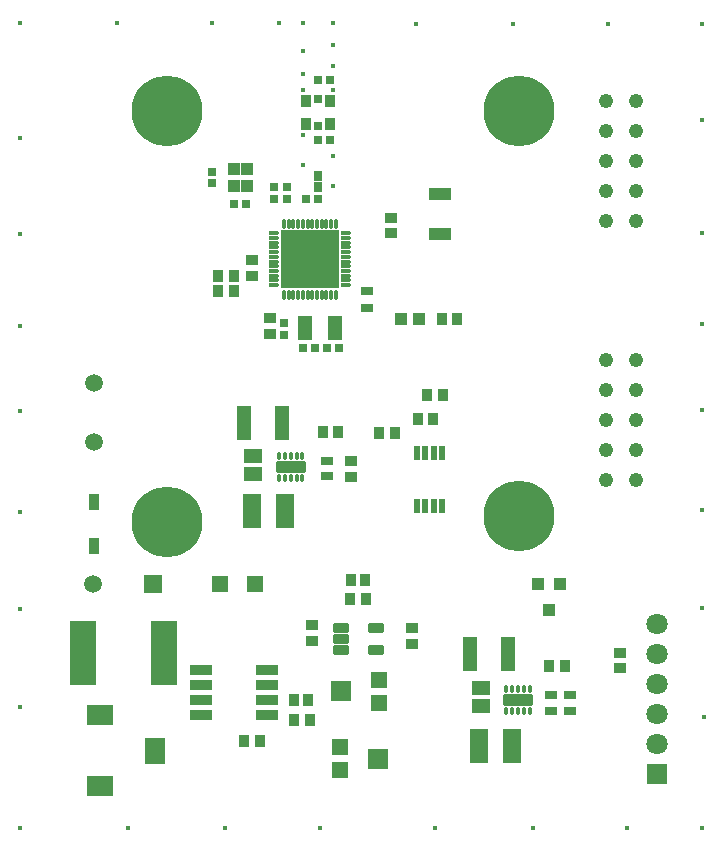
<source format=gts>
G04*
G04 #@! TF.GenerationSoftware,Altium Limited,Altium Designer,19.1.8 (144)*
G04*
G04 Layer_Color=8388736*
%FSLAX25Y25*%
%MOIN*%
G70*
G01*
G75*
G04:AMPARAMS|DCode=19|XSize=13.84mil|YSize=23.68mil|CornerRadius=3.97mil|HoleSize=0mil|Usage=FLASHONLY|Rotation=180.000|XOffset=0mil|YOffset=0mil|HoleType=Round|Shape=RoundedRectangle|*
%AMROUNDEDRECTD19*
21,1,0.01384,0.01575,0,0,180.0*
21,1,0.00591,0.02368,0,0,180.0*
1,1,0.00794,-0.00295,0.00787*
1,1,0.00794,0.00295,0.00787*
1,1,0.00794,0.00295,-0.00787*
1,1,0.00794,-0.00295,-0.00787*
%
%ADD19ROUNDEDRECTD19*%
G04:AMPARAMS|DCode=20|XSize=37.07mil|YSize=98.49mil|CornerRadius=3.98mil|HoleSize=0mil|Usage=FLASHONLY|Rotation=90.000|XOffset=0mil|YOffset=0mil|HoleType=Round|Shape=RoundedRectangle|*
%AMROUNDEDRECTD20*
21,1,0.03707,0.09052,0,0,90.0*
21,1,0.02910,0.09849,0,0,90.0*
1,1,0.00797,0.04526,0.01455*
1,1,0.00797,0.04526,-0.01455*
1,1,0.00797,-0.04526,-0.01455*
1,1,0.00797,-0.04526,0.01455*
%
%ADD20ROUNDEDRECTD20*%
%ADD21O,0.01587X0.03359*%
%ADD22O,0.03359X0.01587*%
%ADD23R,0.19304X0.19304*%
%ADD24R,0.03753X0.03950*%
%ADD25R,0.02769X0.03084*%
%ADD26R,0.02769X0.03359*%
%ADD27R,0.03162X0.02769*%
G04:AMPARAMS|DCode=28|XSize=41.07mil|YSize=102.49mil|CornerRadius=5.98mil|HoleSize=0mil|Usage=FLASHONLY|Rotation=90.000|XOffset=0mil|YOffset=0mil|HoleType=Round|Shape=RoundedRectangle|*
%AMROUNDEDRECTD28*
21,1,0.04107,0.09052,0,0,90.0*
21,1,0.02910,0.10249,0,0,90.0*
1,1,0.01197,0.04526,0.01455*
1,1,0.01197,0.04526,-0.01455*
1,1,0.01197,-0.04526,-0.01455*
1,1,0.01197,-0.04526,0.01455*
%
%ADD28ROUNDEDRECTD28*%
%ADD29R,0.04147X0.03753*%
%ADD30R,0.03556X0.04147*%
%ADD31R,0.03950X0.03162*%
%ADD32R,0.03556X0.04343*%
%ADD33R,0.04343X0.03556*%
%ADD34R,0.02769X0.03162*%
%ADD35R,0.03753X0.03950*%
%ADD36R,0.03950X0.03753*%
%ADD37R,0.07493X0.03950*%
%ADD38R,0.02368X0.04928*%
%ADD39R,0.03753X0.04147*%
%ADD40R,0.03950X0.04343*%
%ADD41R,0.03950X0.03950*%
%ADD42R,0.04147X0.02572*%
%ADD43R,0.03871X0.04265*%
%ADD44R,0.04737X0.07887*%
%ADD45R,0.06115X0.04934*%
%ADD46R,0.04540X0.11430*%
%ADD47R,0.06312X0.11430*%
%ADD48R,0.03556X0.05524*%
%ADD49R,0.08674X0.21666*%
G04:AMPARAMS|DCode=50|XSize=33.59mil|YSize=55.24mil|CornerRadius=5.92mil|HoleSize=0mil|Usage=FLASHONLY|Rotation=90.000|XOffset=0mil|YOffset=0mil|HoleType=Round|Shape=RoundedRectangle|*
%AMROUNDEDRECTD50*
21,1,0.03359,0.04341,0,0,90.0*
21,1,0.02175,0.05524,0,0,90.0*
1,1,0.01184,0.02170,0.01088*
1,1,0.01184,0.02170,-0.01088*
1,1,0.01184,-0.02170,-0.01088*
1,1,0.01184,-0.02170,0.01088*
%
%ADD50ROUNDEDRECTD50*%
%ADD51R,0.05524X0.05524*%
%ADD52R,0.06706X0.07099*%
%ADD53R,0.05721X0.05603*%
%ADD54R,0.07690X0.03359*%
%ADD55C,0.04816*%
%ADD56C,0.23622*%
%ADD57C,0.23622*%
%ADD58R,0.06706X0.09068*%
%ADD59R,0.09068X0.06706*%
%ADD60C,0.07099*%
%ADD61R,0.07099X0.07099*%
%ADD62C,0.05918*%
%ADD63R,0.05918X0.05918*%
%ADD64C,0.01700*%
D19*
X90363Y121060D02*
D03*
X92331D02*
D03*
X94300D02*
D03*
X96268D02*
D03*
X98237D02*
D03*
Y128540D02*
D03*
X96268D02*
D03*
X94300D02*
D03*
X92331D02*
D03*
X90363D02*
D03*
X166063Y50980D02*
D03*
X168032D02*
D03*
X170000D02*
D03*
X171968D02*
D03*
X173937D02*
D03*
Y43500D02*
D03*
X171968D02*
D03*
X170000D02*
D03*
X168032D02*
D03*
X166063D02*
D03*
D20*
X94300Y124800D02*
D03*
D21*
X92053Y182239D02*
D03*
X93627D02*
D03*
X95202D02*
D03*
X96777D02*
D03*
X98352D02*
D03*
X99927D02*
D03*
X101501D02*
D03*
X103076D02*
D03*
X104651D02*
D03*
X106226D02*
D03*
X107800D02*
D03*
X109375D02*
D03*
Y206058D02*
D03*
X107800D02*
D03*
X106226D02*
D03*
X104651D02*
D03*
X103076D02*
D03*
X101501D02*
D03*
X99927D02*
D03*
X98352D02*
D03*
X96777D02*
D03*
X95202D02*
D03*
X93627D02*
D03*
X92053D02*
D03*
D22*
X112623Y185487D02*
D03*
Y187062D02*
D03*
Y188637D02*
D03*
Y190212D02*
D03*
Y191787D02*
D03*
Y193361D02*
D03*
Y194936D02*
D03*
Y196511D02*
D03*
Y198086D02*
D03*
Y199661D02*
D03*
Y201235D02*
D03*
Y202810D02*
D03*
X88805D02*
D03*
Y201235D02*
D03*
Y199661D02*
D03*
Y198086D02*
D03*
Y196511D02*
D03*
Y194936D02*
D03*
Y193361D02*
D03*
Y191787D02*
D03*
Y190212D02*
D03*
Y188637D02*
D03*
Y187062D02*
D03*
Y185487D02*
D03*
D23*
X100713Y194149D02*
D03*
D24*
X99465Y246802D02*
D03*
X107535D02*
D03*
X99465Y239321D02*
D03*
X107535D02*
D03*
D25*
X103500Y247628D02*
D03*
Y238494D02*
D03*
D26*
X103535Y218270D02*
D03*
Y222010D02*
D03*
D27*
X106417Y164500D02*
D03*
X110354D02*
D03*
X102354D02*
D03*
X98417D02*
D03*
X99528Y214124D02*
D03*
X103465D02*
D03*
X107468Y233800D02*
D03*
X103532D02*
D03*
X79408Y212500D02*
D03*
X75471D02*
D03*
X103545Y253796D02*
D03*
X107482D02*
D03*
D28*
X170000Y47240D02*
D03*
D29*
X204000Y58039D02*
D03*
Y62961D02*
D03*
X127600Y202741D02*
D03*
Y207859D02*
D03*
D30*
X119161Y87200D02*
D03*
X114239D02*
D03*
X95239Y47200D02*
D03*
X100161D02*
D03*
X144754Y174269D02*
D03*
X149676D02*
D03*
D31*
X181000Y43685D02*
D03*
Y48803D02*
D03*
X187500Y43685D02*
D03*
Y48803D02*
D03*
X106300Y126859D02*
D03*
Y121741D02*
D03*
D32*
X129103Y136300D02*
D03*
X123591D02*
D03*
D33*
X114300Y121544D02*
D03*
Y127056D02*
D03*
D34*
X68200Y223369D02*
D03*
Y219431D02*
D03*
X92100Y172900D02*
D03*
Y168963D02*
D03*
X88900Y214131D02*
D03*
Y218069D02*
D03*
X93235Y214135D02*
D03*
Y218072D02*
D03*
D35*
X75300Y188600D02*
D03*
X69985D02*
D03*
Y183400D02*
D03*
X75300D02*
D03*
X119457Y80900D02*
D03*
X114143D02*
D03*
X100600Y40600D02*
D03*
X95285D02*
D03*
X78742Y33400D02*
D03*
X84057D02*
D03*
D36*
X87400Y169285D02*
D03*
Y174600D02*
D03*
X81300Y188643D02*
D03*
Y193957D02*
D03*
X101500Y72158D02*
D03*
Y66843D02*
D03*
X134800Y65943D02*
D03*
Y71258D02*
D03*
D37*
X144000Y215993D02*
D03*
Y202607D02*
D03*
D38*
X144814Y129706D02*
D03*
X141959D02*
D03*
X139105D02*
D03*
X136251D02*
D03*
X144814Y111989D02*
D03*
X141959D02*
D03*
X139105D02*
D03*
X136251D02*
D03*
D39*
X144918Y148800D02*
D03*
X139800D02*
D03*
X141859Y140800D02*
D03*
X136741D02*
D03*
X104941Y136700D02*
D03*
X110059D02*
D03*
X180500Y58500D02*
D03*
X185618D02*
D03*
D40*
X180400Y77069D02*
D03*
X176660Y85731D02*
D03*
X184140D02*
D03*
D41*
X137022Y174269D02*
D03*
X131116D02*
D03*
D42*
X119700Y183653D02*
D03*
Y177747D02*
D03*
D43*
X75376Y218585D02*
D03*
Y224215D02*
D03*
X79824Y218585D02*
D03*
Y224215D02*
D03*
D44*
X99200Y171200D02*
D03*
X109043D02*
D03*
D45*
X81700Y128553D02*
D03*
Y122647D02*
D03*
X157600Y51253D02*
D03*
Y45347D02*
D03*
D46*
X91398Y139500D02*
D03*
X78602D02*
D03*
X166898Y62500D02*
D03*
X154102D02*
D03*
D47*
X81473Y110300D02*
D03*
X92300D02*
D03*
X157173Y32000D02*
D03*
X168000D02*
D03*
D48*
X28600Y113284D02*
D03*
Y98716D02*
D03*
D49*
X24917Y63000D02*
D03*
X52083D02*
D03*
D50*
X122607Y71240D02*
D03*
Y63760D02*
D03*
X110993D02*
D03*
Y67500D02*
D03*
Y71240D02*
D03*
D51*
X123787Y46163D02*
D03*
Y54037D02*
D03*
X110713Y31637D02*
D03*
Y23763D02*
D03*
D52*
X110991Y50100D02*
D03*
X123509Y27700D02*
D03*
D53*
X82507Y85800D02*
D03*
X70893D02*
D03*
D54*
X86324Y42200D02*
D03*
Y47200D02*
D03*
Y52200D02*
D03*
Y57200D02*
D03*
X64276Y42200D02*
D03*
Y47200D02*
D03*
Y52200D02*
D03*
Y57200D02*
D03*
D55*
X199500Y160500D02*
D03*
X209500D02*
D03*
X199500Y150500D02*
D03*
X209500D02*
D03*
X199500Y140500D02*
D03*
X209500D02*
D03*
X199500Y130500D02*
D03*
X209500D02*
D03*
X199500Y120500D02*
D03*
X209500D02*
D03*
X199500Y247000D02*
D03*
X209500D02*
D03*
X199500Y237000D02*
D03*
X209500D02*
D03*
X199500Y227000D02*
D03*
X209500D02*
D03*
X199500Y217000D02*
D03*
X209500D02*
D03*
X199500Y207000D02*
D03*
X209500D02*
D03*
D56*
X170500Y108500D02*
D03*
Y243500D02*
D03*
X53000Y106500D02*
D03*
D57*
Y243500D02*
D03*
D58*
X49216Y30279D02*
D03*
D59*
X30713Y18469D02*
D03*
Y42091D02*
D03*
D60*
X216500Y52500D02*
D03*
Y32500D02*
D03*
Y42500D02*
D03*
Y62500D02*
D03*
Y72500D02*
D03*
D61*
Y22500D02*
D03*
D62*
X28650Y152835D02*
D03*
Y133150D02*
D03*
X28461Y86000D02*
D03*
D63*
X48539D02*
D03*
D64*
X104000Y4500D02*
D03*
X72500D02*
D03*
X40000D02*
D03*
X206500D02*
D03*
X175000D02*
D03*
X142500D02*
D03*
X200000Y272500D02*
D03*
X168500D02*
D03*
X136000D02*
D03*
X231500D02*
D03*
Y240500D02*
D03*
Y203000D02*
D03*
Y172500D02*
D03*
Y144000D02*
D03*
Y110500D02*
D03*
Y78000D02*
D03*
X232000Y41500D02*
D03*
X231500Y4500D02*
D03*
X4000D02*
D03*
Y45000D02*
D03*
Y77500D02*
D03*
Y110000D02*
D03*
Y143500D02*
D03*
Y172000D02*
D03*
Y202500D02*
D03*
Y234500D02*
D03*
Y273000D02*
D03*
X36500D02*
D03*
X68000D02*
D03*
X98500Y250500D02*
D03*
X108500Y218500D02*
D03*
Y250500D02*
D03*
X98500Y235500D02*
D03*
X108500Y228500D02*
D03*
X98500Y225500D02*
D03*
Y256000D02*
D03*
X108500Y258500D02*
D03*
X98500Y263500D02*
D03*
X108500Y265500D02*
D03*
Y273000D02*
D03*
X98500D02*
D03*
X90500D02*
D03*
M02*

</source>
